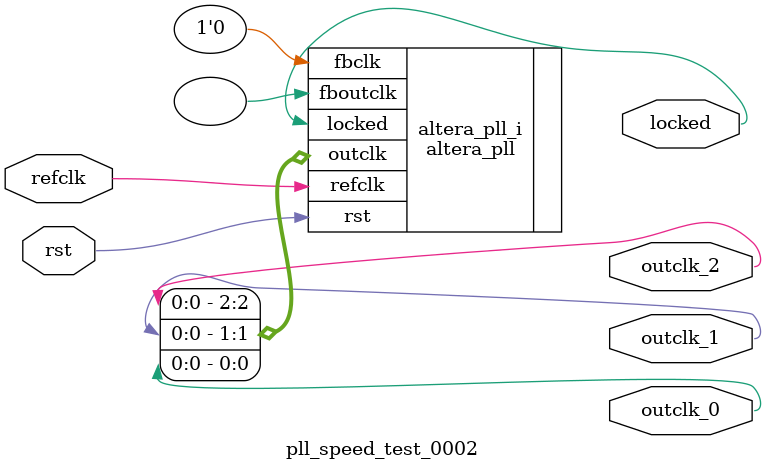
<source format=v>
`timescale 1ns/10ps
module  pll_speed_test_0002(

	// interface 'refclk'
	input wire refclk,

	// interface 'reset'
	input wire rst,

	// interface 'outclk0'
	output wire outclk_0,

	// interface 'outclk1'
	output wire outclk_1,

	// interface 'outclk2'
	output wire outclk_2,

	// interface 'locked'
	output wire locked
);

	altera_pll #(
		.fractional_vco_multiplier("false"),
		.reference_clock_frequency("50.0 MHz"),
		.operation_mode("direct"),
		.number_of_clocks(3),
		.output_clock_frequency0("20.000000 MHz"),
		.phase_shift0("0 ps"),
		.duty_cycle0(50),
		.output_clock_frequency1("20.000000 MHz"),
		.phase_shift1("25000 ps"),
		.duty_cycle1(50),
		.output_clock_frequency2("20.000000 MHz"),
		.phase_shift2("37500 ps"),
		.duty_cycle2(50),
		.output_clock_frequency3("0 MHz"),
		.phase_shift3("0 ps"),
		.duty_cycle3(50),
		.output_clock_frequency4("0 MHz"),
		.phase_shift4("0 ps"),
		.duty_cycle4(50),
		.output_clock_frequency5("0 MHz"),
		.phase_shift5("0 ps"),
		.duty_cycle5(50),
		.output_clock_frequency6("0 MHz"),
		.phase_shift6("0 ps"),
		.duty_cycle6(50),
		.output_clock_frequency7("0 MHz"),
		.phase_shift7("0 ps"),
		.duty_cycle7(50),
		.output_clock_frequency8("0 MHz"),
		.phase_shift8("0 ps"),
		.duty_cycle8(50),
		.output_clock_frequency9("0 MHz"),
		.phase_shift9("0 ps"),
		.duty_cycle9(50),
		.output_clock_frequency10("0 MHz"),
		.phase_shift10("0 ps"),
		.duty_cycle10(50),
		.output_clock_frequency11("0 MHz"),
		.phase_shift11("0 ps"),
		.duty_cycle11(50),
		.output_clock_frequency12("0 MHz"),
		.phase_shift12("0 ps"),
		.duty_cycle12(50),
		.output_clock_frequency13("0 MHz"),
		.phase_shift13("0 ps"),
		.duty_cycle13(50),
		.output_clock_frequency14("0 MHz"),
		.phase_shift14("0 ps"),
		.duty_cycle14(50),
		.output_clock_frequency15("0 MHz"),
		.phase_shift15("0 ps"),
		.duty_cycle15(50),
		.output_clock_frequency16("0 MHz"),
		.phase_shift16("0 ps"),
		.duty_cycle16(50),
		.output_clock_frequency17("0 MHz"),
		.phase_shift17("0 ps"),
		.duty_cycle17(50),
		.pll_type("General"),
		.pll_subtype("General")
	) altera_pll_i (
		.rst	(rst),
		.outclk	({outclk_2, outclk_1, outclk_0}),
		.locked	(locked),
		.fboutclk	( ),
		.fbclk	(1'b0),
		.refclk	(refclk)
	);
endmodule


</source>
